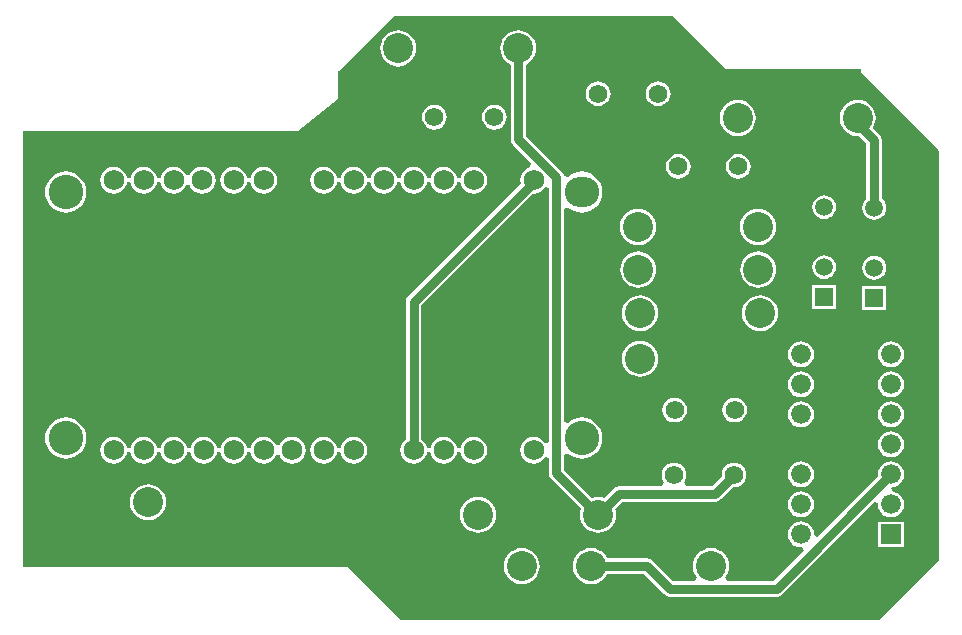
<source format=gbl>
G04*
G04 #@! TF.GenerationSoftware,Altium Limited,Altium Designer,20.1.8 (145)*
G04*
G04 Layer_Physical_Order=2*
G04 Layer_Color=16711680*
%FSLAX24Y24*%
%MOIN*%
G70*
G04*
G04 #@! TF.SameCoordinates,B3232913-15E1-4B12-B740-CA31B9D3C741*
G04*
G04*
G04 #@! TF.FilePolarity,Positive*
G04*
G01*
G75*
%ADD10C,0.0310*%
%ADD12O,0.1150X0.1000*%
%ADD13C,0.0690*%
%ADD14R,0.0690X0.0690*%
%ADD15C,0.1150*%
%ADD16C,0.1000*%
%ADD17C,0.0620*%
%ADD18C,0.0591*%
%ADD19R,0.0591X0.0591*%
%ADD20R,0.0660X0.0660*%
%ADD21C,0.0660*%
G36*
X31305Y40232D02*
X40525D01*
X42315Y38442D01*
X46795D01*
Y38342D01*
X49415Y35722D01*
Y22092D01*
X47415Y20092D01*
X31475Y20092D01*
X29725Y21842D01*
X18875D01*
Y36398D01*
X28045Y36398D01*
X29375Y37457D01*
Y38402D01*
X29415D01*
X31275Y40262D01*
X31305Y40232D01*
D02*
G37*
%LPC*%
G36*
X31390Y39743D02*
X31272Y39731D01*
X31159Y39697D01*
X31055Y39641D01*
X30964Y39566D01*
X30889Y39475D01*
X30833Y39371D01*
X30799Y39258D01*
X30787Y39140D01*
X30799Y39022D01*
X30833Y38909D01*
X30889Y38805D01*
X30964Y38714D01*
X31055Y38639D01*
X31159Y38583D01*
X31272Y38549D01*
X31390Y38537D01*
X31508Y38549D01*
X31621Y38583D01*
X31725Y38639D01*
X31816Y38714D01*
X31891Y38805D01*
X31947Y38909D01*
X31981Y39022D01*
X31993Y39140D01*
X31981Y39258D01*
X31947Y39371D01*
X31891Y39475D01*
X31816Y39566D01*
X31725Y39641D01*
X31621Y39697D01*
X31508Y39731D01*
X31390Y39743D01*
D02*
G37*
G36*
X40050Y38044D02*
X39943Y38029D01*
X39843Y37988D01*
X39758Y37922D01*
X39692Y37837D01*
X39651Y37737D01*
X39636Y37630D01*
X39651Y37523D01*
X39692Y37423D01*
X39758Y37338D01*
X39843Y37272D01*
X39943Y37231D01*
X40050Y37216D01*
X40157Y37231D01*
X40257Y37272D01*
X40342Y37338D01*
X40408Y37423D01*
X40449Y37523D01*
X40464Y37630D01*
X40449Y37737D01*
X40408Y37837D01*
X40342Y37922D01*
X40257Y37988D01*
X40157Y38029D01*
X40050Y38044D01*
D02*
G37*
G36*
X38050D02*
X37943Y38029D01*
X37843Y37988D01*
X37758Y37922D01*
X37692Y37837D01*
X37651Y37737D01*
X37636Y37630D01*
X37651Y37523D01*
X37692Y37423D01*
X37758Y37338D01*
X37843Y37272D01*
X37943Y37231D01*
X38050Y37216D01*
X38157Y37231D01*
X38257Y37272D01*
X38342Y37338D01*
X38408Y37423D01*
X38449Y37523D01*
X38464Y37630D01*
X38449Y37737D01*
X38408Y37837D01*
X38342Y37922D01*
X38257Y37988D01*
X38157Y38029D01*
X38050Y38044D01*
D02*
G37*
G36*
X34590Y37264D02*
X34483Y37249D01*
X34383Y37208D01*
X34298Y37142D01*
X34232Y37057D01*
X34191Y36957D01*
X34176Y36850D01*
X34191Y36743D01*
X34232Y36643D01*
X34298Y36558D01*
X34383Y36492D01*
X34483Y36451D01*
X34590Y36436D01*
X34697Y36451D01*
X34797Y36492D01*
X34882Y36558D01*
X34948Y36643D01*
X34989Y36743D01*
X35004Y36850D01*
X34989Y36957D01*
X34948Y37057D01*
X34882Y37142D01*
X34797Y37208D01*
X34697Y37249D01*
X34590Y37264D01*
D02*
G37*
G36*
X32590D02*
X32483Y37249D01*
X32383Y37208D01*
X32298Y37142D01*
X32232Y37057D01*
X32191Y36957D01*
X32176Y36850D01*
X32191Y36743D01*
X32232Y36643D01*
X32298Y36558D01*
X32383Y36492D01*
X32483Y36451D01*
X32590Y36436D01*
X32697Y36451D01*
X32797Y36492D01*
X32882Y36558D01*
X32948Y36643D01*
X32989Y36743D01*
X33004Y36850D01*
X32989Y36957D01*
X32948Y37057D01*
X32882Y37142D01*
X32797Y37208D01*
X32697Y37249D01*
X32590Y37264D01*
D02*
G37*
G36*
X42700Y37423D02*
X42582Y37411D01*
X42469Y37377D01*
X42365Y37321D01*
X42274Y37246D01*
X42199Y37155D01*
X42143Y37051D01*
X42109Y36938D01*
X42097Y36820D01*
X42109Y36702D01*
X42143Y36589D01*
X42199Y36485D01*
X42274Y36394D01*
X42365Y36319D01*
X42469Y36263D01*
X42582Y36229D01*
X42700Y36217D01*
X42818Y36229D01*
X42931Y36263D01*
X43035Y36319D01*
X43126Y36394D01*
X43201Y36485D01*
X43257Y36589D01*
X43291Y36702D01*
X43303Y36820D01*
X43291Y36938D01*
X43257Y37051D01*
X43201Y37155D01*
X43126Y37246D01*
X43035Y37321D01*
X42931Y37377D01*
X42818Y37411D01*
X42700Y37423D01*
D02*
G37*
G36*
X24850Y35199D02*
X24734Y35184D01*
X24626Y35139D01*
X24533Y35067D01*
X24461Y34974D01*
X24440Y34923D01*
X24310D01*
X24289Y34974D01*
X24217Y35067D01*
X24124Y35139D01*
X24016Y35184D01*
X23900Y35199D01*
X23784Y35184D01*
X23676Y35139D01*
X23583Y35067D01*
X23511Y34974D01*
X23466Y34866D01*
X23461Y34821D01*
X23339D01*
X23334Y34866D01*
X23289Y34974D01*
X23217Y35067D01*
X23124Y35139D01*
X23016Y35184D01*
X22900Y35199D01*
X22784Y35184D01*
X22676Y35139D01*
X22583Y35067D01*
X22511Y34974D01*
X22466Y34866D01*
X22461Y34821D01*
X22339D01*
X22334Y34866D01*
X22289Y34974D01*
X22217Y35067D01*
X22124Y35139D01*
X22016Y35184D01*
X21900Y35199D01*
X21784Y35184D01*
X21676Y35139D01*
X21583Y35067D01*
X21511Y34974D01*
X21466Y34866D01*
X21451Y34750D01*
X21466Y34634D01*
X21511Y34526D01*
X21583Y34433D01*
X21676Y34361D01*
X21784Y34316D01*
X21900Y34301D01*
X22016Y34316D01*
X22124Y34361D01*
X22217Y34433D01*
X22289Y34526D01*
X22334Y34634D01*
X22339Y34679D01*
X22461D01*
X22466Y34634D01*
X22511Y34526D01*
X22583Y34433D01*
X22676Y34361D01*
X22784Y34316D01*
X22900Y34301D01*
X23016Y34316D01*
X23124Y34361D01*
X23217Y34433D01*
X23289Y34526D01*
X23334Y34634D01*
X23339Y34679D01*
X23461D01*
X23466Y34634D01*
X23511Y34526D01*
X23583Y34433D01*
X23676Y34361D01*
X23784Y34316D01*
X23900Y34301D01*
X24016Y34316D01*
X24124Y34361D01*
X24217Y34433D01*
X24289Y34526D01*
X24310Y34577D01*
X24440D01*
X24461Y34526D01*
X24533Y34433D01*
X24626Y34361D01*
X24734Y34316D01*
X24850Y34301D01*
X24966Y34316D01*
X25074Y34361D01*
X25167Y34433D01*
X25239Y34526D01*
X25284Y34634D01*
X25299Y34750D01*
X25284Y34866D01*
X25239Y34974D01*
X25167Y35067D01*
X25074Y35139D01*
X24966Y35184D01*
X24850Y35199D01*
D02*
G37*
G36*
X33900D02*
X33784Y35184D01*
X33676Y35139D01*
X33583Y35067D01*
X33511Y34974D01*
X33466Y34866D01*
X33461Y34821D01*
X33339D01*
X33334Y34866D01*
X33289Y34974D01*
X33217Y35067D01*
X33124Y35139D01*
X33016Y35184D01*
X32900Y35199D01*
X32784Y35184D01*
X32676Y35139D01*
X32583Y35067D01*
X32511Y34974D01*
X32466Y34866D01*
X32461Y34821D01*
X32339D01*
X32334Y34866D01*
X32289Y34974D01*
X32217Y35067D01*
X32124Y35139D01*
X32016Y35184D01*
X31900Y35199D01*
X31784Y35184D01*
X31676Y35139D01*
X31583Y35067D01*
X31511Y34974D01*
X31466Y34866D01*
X31461Y34821D01*
X31339D01*
X31334Y34866D01*
X31289Y34974D01*
X31217Y35067D01*
X31124Y35139D01*
X31016Y35184D01*
X30900Y35199D01*
X30784Y35184D01*
X30676Y35139D01*
X30583Y35067D01*
X30511Y34974D01*
X30466Y34866D01*
X30461Y34821D01*
X30339D01*
X30334Y34866D01*
X30289Y34974D01*
X30217Y35067D01*
X30124Y35139D01*
X30016Y35184D01*
X29900Y35199D01*
X29784Y35184D01*
X29676Y35139D01*
X29583Y35067D01*
X29511Y34974D01*
X29466Y34866D01*
X29461Y34821D01*
X29339D01*
X29334Y34866D01*
X29289Y34974D01*
X29217Y35067D01*
X29124Y35139D01*
X29016Y35184D01*
X28900Y35199D01*
X28784Y35184D01*
X28676Y35139D01*
X28583Y35067D01*
X28511Y34974D01*
X28466Y34866D01*
X28451Y34750D01*
X28466Y34634D01*
X28511Y34526D01*
X28583Y34433D01*
X28676Y34361D01*
X28784Y34316D01*
X28900Y34301D01*
X29016Y34316D01*
X29124Y34361D01*
X29217Y34433D01*
X29289Y34526D01*
X29334Y34634D01*
X29339Y34679D01*
X29461D01*
X29466Y34634D01*
X29511Y34526D01*
X29583Y34433D01*
X29676Y34361D01*
X29784Y34316D01*
X29900Y34301D01*
X30016Y34316D01*
X30124Y34361D01*
X30217Y34433D01*
X30289Y34526D01*
X30334Y34634D01*
X30339Y34679D01*
X30461D01*
X30466Y34634D01*
X30511Y34526D01*
X30583Y34433D01*
X30676Y34361D01*
X30784Y34316D01*
X30900Y34301D01*
X31016Y34316D01*
X31124Y34361D01*
X31217Y34433D01*
X31289Y34526D01*
X31334Y34634D01*
X31339Y34679D01*
X31461D01*
X31466Y34634D01*
X31511Y34526D01*
X31583Y34433D01*
X31676Y34361D01*
X31784Y34316D01*
X31900Y34301D01*
X32016Y34316D01*
X32124Y34361D01*
X32217Y34433D01*
X32289Y34526D01*
X32334Y34634D01*
X32339Y34679D01*
X32461D01*
X32466Y34634D01*
X32511Y34526D01*
X32583Y34433D01*
X32676Y34361D01*
X32784Y34316D01*
X32900Y34301D01*
X33016Y34316D01*
X33124Y34361D01*
X33217Y34433D01*
X33289Y34526D01*
X33334Y34634D01*
X33339Y34679D01*
X33461D01*
X33466Y34634D01*
X33511Y34526D01*
X33583Y34433D01*
X33676Y34361D01*
X33784Y34316D01*
X33900Y34301D01*
X34016Y34316D01*
X34124Y34361D01*
X34217Y34433D01*
X34289Y34526D01*
X34334Y34634D01*
X34349Y34750D01*
X34334Y34866D01*
X34289Y34974D01*
X34217Y35067D01*
X34124Y35139D01*
X34016Y35184D01*
X33900Y35199D01*
D02*
G37*
G36*
X26900D02*
X26784Y35184D01*
X26676Y35139D01*
X26583Y35067D01*
X26511Y34974D01*
X26466Y34866D01*
X26461Y34821D01*
X26339D01*
X26334Y34866D01*
X26289Y34974D01*
X26217Y35067D01*
X26124Y35139D01*
X26016Y35184D01*
X25900Y35199D01*
X25784Y35184D01*
X25676Y35139D01*
X25583Y35067D01*
X25511Y34974D01*
X25466Y34866D01*
X25451Y34750D01*
X25466Y34634D01*
X25511Y34526D01*
X25583Y34433D01*
X25676Y34361D01*
X25784Y34316D01*
X25900Y34301D01*
X26016Y34316D01*
X26124Y34361D01*
X26217Y34433D01*
X26289Y34526D01*
X26334Y34634D01*
X26339Y34679D01*
X26461D01*
X26466Y34634D01*
X26511Y34526D01*
X26583Y34433D01*
X26676Y34361D01*
X26784Y34316D01*
X26900Y34301D01*
X27016Y34316D01*
X27124Y34361D01*
X27217Y34433D01*
X27289Y34526D01*
X27334Y34634D01*
X27349Y34750D01*
X27334Y34866D01*
X27289Y34974D01*
X27217Y35067D01*
X27124Y35139D01*
X27016Y35184D01*
X26900Y35199D01*
D02*
G37*
G36*
X42720Y35624D02*
X42613Y35609D01*
X42513Y35568D01*
X42428Y35502D01*
X42362Y35417D01*
X42321Y35317D01*
X42306Y35210D01*
X42321Y35103D01*
X42362Y35003D01*
X42428Y34918D01*
X42513Y34852D01*
X42613Y34811D01*
X42720Y34796D01*
X42827Y34811D01*
X42927Y34852D01*
X43012Y34918D01*
X43078Y35003D01*
X43119Y35103D01*
X43134Y35210D01*
X43119Y35317D01*
X43078Y35417D01*
X43012Y35502D01*
X42927Y35568D01*
X42827Y35609D01*
X42720Y35624D01*
D02*
G37*
G36*
X40720D02*
X40613Y35609D01*
X40513Y35568D01*
X40428Y35502D01*
X40362Y35417D01*
X40321Y35317D01*
X40306Y35210D01*
X40321Y35103D01*
X40362Y35003D01*
X40428Y34918D01*
X40513Y34852D01*
X40613Y34811D01*
X40720Y34796D01*
X40827Y34811D01*
X40927Y34852D01*
X41012Y34918D01*
X41078Y35003D01*
X41119Y35103D01*
X41134Y35210D01*
X41119Y35317D01*
X41078Y35417D01*
X41012Y35502D01*
X40927Y35568D01*
X40827Y35609D01*
X40720Y35624D01*
D02*
G37*
G36*
X35390Y39743D02*
X35272Y39731D01*
X35159Y39697D01*
X35055Y39641D01*
X34964Y39566D01*
X34889Y39475D01*
X34833Y39371D01*
X34799Y39258D01*
X34787Y39140D01*
X34799Y39022D01*
X34833Y38909D01*
X34889Y38805D01*
X34964Y38714D01*
X35055Y38639D01*
X35130Y38599D01*
Y36109D01*
X35150Y36009D01*
X35206Y35925D01*
X35821Y35310D01*
X35784Y35184D01*
X35676Y35139D01*
X35583Y35067D01*
X35511Y34974D01*
X35466Y34866D01*
X35451Y34750D01*
X35466Y34634D01*
X35467Y34634D01*
X31716Y30883D01*
X31660Y30799D01*
X31640Y30699D01*
Y26111D01*
X31583Y26067D01*
X31511Y25974D01*
X31466Y25866D01*
X31451Y25750D01*
X31466Y25634D01*
X31511Y25526D01*
X31583Y25433D01*
X31676Y25361D01*
X31784Y25316D01*
X31900Y25301D01*
X32016Y25316D01*
X32124Y25361D01*
X32217Y25433D01*
X32289Y25526D01*
X32334Y25634D01*
X32339Y25679D01*
X32461D01*
X32466Y25634D01*
X32511Y25526D01*
X32583Y25433D01*
X32676Y25361D01*
X32784Y25316D01*
X32900Y25301D01*
X33016Y25316D01*
X33124Y25361D01*
X33217Y25433D01*
X33289Y25526D01*
X33334Y25634D01*
X33339Y25679D01*
X33461D01*
X33466Y25634D01*
X33511Y25526D01*
X33583Y25433D01*
X33676Y25361D01*
X33784Y25316D01*
X33900Y25301D01*
X34016Y25316D01*
X34124Y25361D01*
X34217Y25433D01*
X34289Y25526D01*
X34334Y25634D01*
X34349Y25750D01*
X34334Y25866D01*
X34289Y25974D01*
X34217Y26067D01*
X34124Y26139D01*
X34016Y26184D01*
X33900Y26199D01*
X33784Y26184D01*
X33676Y26139D01*
X33583Y26067D01*
X33511Y25974D01*
X33466Y25866D01*
X33461Y25821D01*
X33339D01*
X33334Y25866D01*
X33289Y25974D01*
X33217Y26067D01*
X33124Y26139D01*
X33016Y26184D01*
X32900Y26199D01*
X32784Y26184D01*
X32676Y26139D01*
X32583Y26067D01*
X32511Y25974D01*
X32466Y25866D01*
X32461Y25821D01*
X32339D01*
X32334Y25866D01*
X32289Y25974D01*
X32217Y26067D01*
X32160Y26111D01*
Y30592D01*
X35873Y34305D01*
X35900Y34301D01*
X36016Y34316D01*
X36124Y34361D01*
X36217Y34433D01*
X36280Y34514D01*
X36318Y34514D01*
X36400Y34481D01*
Y26019D01*
X36318Y25986D01*
X36280Y25986D01*
X36217Y26067D01*
X36124Y26139D01*
X36016Y26184D01*
X35900Y26199D01*
X35784Y26184D01*
X35676Y26139D01*
X35583Y26067D01*
X35511Y25974D01*
X35466Y25866D01*
X35451Y25750D01*
X35466Y25634D01*
X35511Y25526D01*
X35583Y25433D01*
X35676Y25361D01*
X35784Y25316D01*
X35900Y25301D01*
X36016Y25316D01*
X36124Y25361D01*
X36217Y25433D01*
X36280Y25514D01*
X36318Y25514D01*
X36400Y25481D01*
Y24990D01*
X36420Y24890D01*
X36476Y24806D01*
X37483Y23799D01*
X37459Y23718D01*
X37447Y23600D01*
X37459Y23482D01*
X37493Y23369D01*
X37549Y23265D01*
X37624Y23174D01*
X37715Y23099D01*
X37819Y23043D01*
X37932Y23009D01*
X38050Y22997D01*
X38168Y23009D01*
X38281Y23043D01*
X38385Y23099D01*
X38476Y23174D01*
X38551Y23265D01*
X38607Y23369D01*
X38641Y23482D01*
X38653Y23600D01*
X38641Y23718D01*
X38617Y23799D01*
X38854Y24036D01*
X41956D01*
X42056Y24056D01*
X42140Y24113D01*
X42539Y24512D01*
X42580Y24506D01*
X42687Y24521D01*
X42787Y24562D01*
X42872Y24628D01*
X42938Y24713D01*
X42979Y24813D01*
X42994Y24920D01*
X42979Y25027D01*
X42938Y25127D01*
X42872Y25212D01*
X42787Y25278D01*
X42687Y25319D01*
X42580Y25334D01*
X42473Y25319D01*
X42373Y25278D01*
X42288Y25212D01*
X42222Y25127D01*
X42181Y25027D01*
X42166Y24920D01*
X42172Y24879D01*
X41849Y24556D01*
X40969D01*
X40910Y24676D01*
X40938Y24713D01*
X40979Y24813D01*
X40994Y24920D01*
X40979Y25027D01*
X40938Y25127D01*
X40872Y25212D01*
X40787Y25278D01*
X40687Y25319D01*
X40580Y25334D01*
X40473Y25319D01*
X40373Y25278D01*
X40288Y25212D01*
X40222Y25127D01*
X40181Y25027D01*
X40166Y24920D01*
X40181Y24813D01*
X40222Y24713D01*
X40250Y24676D01*
X40191Y24556D01*
X38746D01*
X38647Y24537D01*
X38563Y24480D01*
X38249Y24167D01*
X38168Y24191D01*
X38050Y24203D01*
X37932Y24191D01*
X37851Y24167D01*
X36920Y25098D01*
Y25588D01*
X36951Y25612D01*
X37040Y25641D01*
X37118Y25578D01*
X37237Y25514D01*
X37366Y25475D01*
X37500Y25462D01*
X37634Y25475D01*
X37763Y25514D01*
X37882Y25578D01*
X37987Y25663D01*
X38072Y25768D01*
X38136Y25887D01*
X38175Y26016D01*
X38188Y26150D01*
X38175Y26284D01*
X38136Y26413D01*
X38072Y26532D01*
X37987Y26637D01*
X37882Y26722D01*
X37763Y26786D01*
X37634Y26825D01*
X37500Y26838D01*
X37366Y26825D01*
X37237Y26786D01*
X37118Y26722D01*
X37040Y26659D01*
X36951Y26688D01*
X36920Y26712D01*
Y33788D01*
X36951Y33812D01*
X37040Y33841D01*
X37118Y33778D01*
X37237Y33714D01*
X37366Y33675D01*
X37500Y33662D01*
X37634Y33675D01*
X37763Y33714D01*
X37882Y33778D01*
X37987Y33863D01*
X38072Y33968D01*
X38136Y34087D01*
X38175Y34216D01*
X38188Y34350D01*
X38175Y34484D01*
X38136Y34613D01*
X38072Y34732D01*
X37987Y34837D01*
X37882Y34922D01*
X37763Y34986D01*
X37634Y35025D01*
X37500Y35038D01*
X37366Y35025D01*
X37237Y34986D01*
X37118Y34922D01*
X37036Y34856D01*
X36950Y34873D01*
X36908Y34898D01*
X36900Y34938D01*
X36844Y35022D01*
X35650Y36216D01*
Y38599D01*
X35725Y38639D01*
X35816Y38714D01*
X35891Y38805D01*
X35947Y38909D01*
X35981Y39022D01*
X35993Y39140D01*
X35981Y39258D01*
X35947Y39371D01*
X35891Y39475D01*
X35816Y39566D01*
X35725Y39641D01*
X35621Y39697D01*
X35508Y39731D01*
X35390Y39743D01*
D02*
G37*
G36*
X20300Y35038D02*
X20166Y35025D01*
X20037Y34986D01*
X19918Y34922D01*
X19813Y34837D01*
X19728Y34732D01*
X19664Y34613D01*
X19625Y34484D01*
X19612Y34350D01*
X19625Y34216D01*
X19664Y34087D01*
X19728Y33968D01*
X19813Y33863D01*
X19918Y33778D01*
X20037Y33714D01*
X20166Y33675D01*
X20300Y33662D01*
X20434Y33675D01*
X20563Y33714D01*
X20682Y33778D01*
X20787Y33863D01*
X20872Y33968D01*
X20936Y34087D01*
X20975Y34216D01*
X20988Y34350D01*
X20975Y34484D01*
X20936Y34613D01*
X20872Y34732D01*
X20787Y34837D01*
X20682Y34922D01*
X20563Y34986D01*
X20434Y35025D01*
X20300Y35038D01*
D02*
G37*
G36*
X45580Y34249D02*
X45477Y34235D01*
X45381Y34195D01*
X45298Y34132D01*
X45235Y34049D01*
X45195Y33953D01*
X45181Y33850D01*
X45195Y33747D01*
X45235Y33651D01*
X45298Y33568D01*
X45381Y33505D01*
X45477Y33465D01*
X45580Y33451D01*
X45683Y33465D01*
X45779Y33505D01*
X45862Y33568D01*
X45925Y33651D01*
X45965Y33747D01*
X45979Y33850D01*
X45965Y33953D01*
X45925Y34049D01*
X45862Y34132D01*
X45779Y34195D01*
X45683Y34235D01*
X45580Y34249D01*
D02*
G37*
G36*
X46700Y37423D02*
X46582Y37411D01*
X46469Y37377D01*
X46365Y37321D01*
X46274Y37246D01*
X46199Y37155D01*
X46143Y37051D01*
X46109Y36938D01*
X46097Y36820D01*
X46109Y36702D01*
X46143Y36589D01*
X46199Y36485D01*
X46274Y36394D01*
X46365Y36319D01*
X46469Y36263D01*
X46582Y36229D01*
X46700Y36217D01*
X46744Y36221D01*
X46990Y35976D01*
Y34129D01*
X46968Y34112D01*
X46905Y34029D01*
X46865Y33933D01*
X46851Y33830D01*
X46865Y33727D01*
X46905Y33631D01*
X46968Y33548D01*
X47051Y33485D01*
X47147Y33445D01*
X47250Y33431D01*
X47353Y33445D01*
X47449Y33485D01*
X47532Y33548D01*
X47595Y33631D01*
X47635Y33727D01*
X47649Y33830D01*
X47635Y33933D01*
X47595Y34029D01*
X47532Y34112D01*
X47510Y34129D01*
Y36083D01*
X47490Y36183D01*
X47434Y36267D01*
X47206Y36495D01*
X47257Y36589D01*
X47291Y36702D01*
X47303Y36820D01*
X47291Y36938D01*
X47257Y37051D01*
X47201Y37155D01*
X47126Y37246D01*
X47035Y37321D01*
X46931Y37377D01*
X46818Y37411D01*
X46700Y37423D01*
D02*
G37*
G36*
X43380Y33793D02*
X43262Y33781D01*
X43149Y33747D01*
X43045Y33691D01*
X42954Y33616D01*
X42879Y33525D01*
X42823Y33421D01*
X42789Y33308D01*
X42777Y33190D01*
X42789Y33072D01*
X42823Y32959D01*
X42879Y32855D01*
X42954Y32764D01*
X43045Y32689D01*
X43149Y32633D01*
X43262Y32599D01*
X43380Y32587D01*
X43498Y32599D01*
X43611Y32633D01*
X43715Y32689D01*
X43806Y32764D01*
X43881Y32855D01*
X43937Y32959D01*
X43971Y33072D01*
X43983Y33190D01*
X43971Y33308D01*
X43937Y33421D01*
X43881Y33525D01*
X43806Y33616D01*
X43715Y33691D01*
X43611Y33747D01*
X43498Y33781D01*
X43380Y33793D01*
D02*
G37*
G36*
X39380D02*
X39262Y33781D01*
X39149Y33747D01*
X39045Y33691D01*
X38954Y33616D01*
X38879Y33525D01*
X38823Y33421D01*
X38789Y33308D01*
X38777Y33190D01*
X38789Y33072D01*
X38823Y32959D01*
X38879Y32855D01*
X38954Y32764D01*
X39045Y32689D01*
X39149Y32633D01*
X39262Y32599D01*
X39380Y32587D01*
X39498Y32599D01*
X39611Y32633D01*
X39715Y32689D01*
X39806Y32764D01*
X39881Y32855D01*
X39937Y32959D01*
X39971Y33072D01*
X39983Y33190D01*
X39971Y33308D01*
X39937Y33421D01*
X39881Y33525D01*
X39806Y33616D01*
X39715Y33691D01*
X39611Y33747D01*
X39498Y33781D01*
X39380Y33793D01*
D02*
G37*
G36*
X45580Y32249D02*
X45477Y32235D01*
X45381Y32195D01*
X45298Y32132D01*
X45235Y32049D01*
X45195Y31953D01*
X45181Y31850D01*
X45195Y31747D01*
X45235Y31651D01*
X45298Y31568D01*
X45381Y31505D01*
X45477Y31465D01*
X45580Y31451D01*
X45683Y31465D01*
X45779Y31505D01*
X45862Y31568D01*
X45925Y31651D01*
X45965Y31747D01*
X45979Y31850D01*
X45965Y31953D01*
X45925Y32049D01*
X45862Y32132D01*
X45779Y32195D01*
X45683Y32235D01*
X45580Y32249D01*
D02*
G37*
G36*
X47250Y32229D02*
X47147Y32215D01*
X47051Y32175D01*
X46968Y32112D01*
X46905Y32029D01*
X46865Y31933D01*
X46851Y31830D01*
X46865Y31727D01*
X46905Y31631D01*
X46968Y31548D01*
X47051Y31485D01*
X47147Y31445D01*
X47250Y31431D01*
X47353Y31445D01*
X47449Y31485D01*
X47532Y31548D01*
X47595Y31631D01*
X47635Y31727D01*
X47649Y31830D01*
X47635Y31933D01*
X47595Y32029D01*
X47532Y32112D01*
X47449Y32175D01*
X47353Y32215D01*
X47250Y32229D01*
D02*
G37*
G36*
X43390Y32373D02*
X43272Y32361D01*
X43159Y32327D01*
X43055Y32271D01*
X42964Y32196D01*
X42889Y32105D01*
X42833Y32001D01*
X42799Y31888D01*
X42787Y31770D01*
X42799Y31652D01*
X42833Y31539D01*
X42889Y31435D01*
X42964Y31344D01*
X43055Y31269D01*
X43159Y31213D01*
X43272Y31179D01*
X43390Y31167D01*
X43508Y31179D01*
X43621Y31213D01*
X43725Y31269D01*
X43816Y31344D01*
X43891Y31435D01*
X43947Y31539D01*
X43981Y31652D01*
X43993Y31770D01*
X43981Y31888D01*
X43947Y32001D01*
X43891Y32105D01*
X43816Y32196D01*
X43725Y32271D01*
X43621Y32327D01*
X43508Y32361D01*
X43390Y32373D01*
D02*
G37*
G36*
X39390D02*
X39272Y32361D01*
X39159Y32327D01*
X39055Y32271D01*
X38964Y32196D01*
X38889Y32105D01*
X38833Y32001D01*
X38799Y31888D01*
X38787Y31770D01*
X38799Y31652D01*
X38833Y31539D01*
X38889Y31435D01*
X38964Y31344D01*
X39055Y31269D01*
X39159Y31213D01*
X39272Y31179D01*
X39390Y31167D01*
X39508Y31179D01*
X39621Y31213D01*
X39725Y31269D01*
X39816Y31344D01*
X39891Y31435D01*
X39947Y31539D01*
X39981Y31652D01*
X39993Y31770D01*
X39981Y31888D01*
X39947Y32001D01*
X39891Y32105D01*
X39816Y32196D01*
X39725Y32271D01*
X39621Y32327D01*
X39508Y32361D01*
X39390Y32373D01*
D02*
G37*
G36*
X45975Y31245D02*
X45185D01*
Y30455D01*
X45975D01*
Y31245D01*
D02*
G37*
G36*
X47645Y31225D02*
X46855D01*
Y30435D01*
X47645D01*
Y31225D01*
D02*
G37*
G36*
X43450Y30913D02*
X43332Y30901D01*
X43219Y30867D01*
X43115Y30811D01*
X43024Y30736D01*
X42949Y30645D01*
X42893Y30541D01*
X42859Y30428D01*
X42847Y30310D01*
X42859Y30192D01*
X42893Y30079D01*
X42949Y29975D01*
X43024Y29884D01*
X43115Y29809D01*
X43219Y29753D01*
X43332Y29719D01*
X43450Y29707D01*
X43568Y29719D01*
X43681Y29753D01*
X43785Y29809D01*
X43876Y29884D01*
X43951Y29975D01*
X44007Y30079D01*
X44041Y30192D01*
X44053Y30310D01*
X44041Y30428D01*
X44007Y30541D01*
X43951Y30645D01*
X43876Y30736D01*
X43785Y30811D01*
X43681Y30867D01*
X43568Y30901D01*
X43450Y30913D01*
D02*
G37*
G36*
X39450D02*
X39332Y30901D01*
X39219Y30867D01*
X39115Y30811D01*
X39024Y30736D01*
X38949Y30645D01*
X38893Y30541D01*
X38859Y30428D01*
X38847Y30310D01*
X38859Y30192D01*
X38893Y30079D01*
X38949Y29975D01*
X39024Y29884D01*
X39115Y29809D01*
X39219Y29753D01*
X39332Y29719D01*
X39450Y29707D01*
X39568Y29719D01*
X39681Y29753D01*
X39785Y29809D01*
X39876Y29884D01*
X39951Y29975D01*
X40007Y30079D01*
X40041Y30192D01*
X40053Y30310D01*
X40041Y30428D01*
X40007Y30541D01*
X39951Y30645D01*
X39876Y30736D01*
X39785Y30811D01*
X39681Y30867D01*
X39568Y30901D01*
X39450Y30913D01*
D02*
G37*
G36*
X47810Y29374D02*
X47698Y29359D01*
X47593Y29316D01*
X47503Y29247D01*
X47434Y29157D01*
X47391Y29052D01*
X47376Y28940D01*
X47391Y28828D01*
X47434Y28723D01*
X47503Y28633D01*
X47593Y28564D01*
X47698Y28521D01*
X47810Y28506D01*
X47922Y28521D01*
X48027Y28564D01*
X48117Y28633D01*
X48186Y28723D01*
X48229Y28828D01*
X48244Y28940D01*
X48229Y29052D01*
X48186Y29157D01*
X48117Y29247D01*
X48027Y29316D01*
X47922Y29359D01*
X47810Y29374D01*
D02*
G37*
G36*
X44810D02*
X44698Y29359D01*
X44593Y29316D01*
X44503Y29247D01*
X44434Y29157D01*
X44391Y29052D01*
X44376Y28940D01*
X44391Y28828D01*
X44434Y28723D01*
X44503Y28633D01*
X44593Y28564D01*
X44698Y28521D01*
X44810Y28506D01*
X44922Y28521D01*
X45027Y28564D01*
X45117Y28633D01*
X45186Y28723D01*
X45229Y28828D01*
X45244Y28940D01*
X45229Y29052D01*
X45186Y29157D01*
X45117Y29247D01*
X45027Y29316D01*
X44922Y29359D01*
X44810Y29374D01*
D02*
G37*
G36*
X39450Y29403D02*
X39332Y29391D01*
X39219Y29357D01*
X39115Y29301D01*
X39024Y29226D01*
X38949Y29135D01*
X38893Y29031D01*
X38859Y28918D01*
X38847Y28800D01*
X38859Y28682D01*
X38893Y28569D01*
X38949Y28465D01*
X39024Y28374D01*
X39115Y28299D01*
X39219Y28243D01*
X39332Y28209D01*
X39450Y28197D01*
X39568Y28209D01*
X39681Y28243D01*
X39785Y28299D01*
X39876Y28374D01*
X39951Y28465D01*
X40007Y28569D01*
X40041Y28682D01*
X40053Y28800D01*
X40041Y28918D01*
X40007Y29031D01*
X39951Y29135D01*
X39876Y29226D01*
X39785Y29301D01*
X39681Y29357D01*
X39568Y29391D01*
X39450Y29403D01*
D02*
G37*
G36*
X47810Y28374D02*
X47698Y28359D01*
X47593Y28316D01*
X47503Y28247D01*
X47434Y28157D01*
X47391Y28052D01*
X47376Y27940D01*
X47391Y27828D01*
X47434Y27723D01*
X47503Y27633D01*
X47593Y27564D01*
X47698Y27521D01*
X47810Y27506D01*
X47922Y27521D01*
X48027Y27564D01*
X48117Y27633D01*
X48186Y27723D01*
X48229Y27828D01*
X48244Y27940D01*
X48229Y28052D01*
X48186Y28157D01*
X48117Y28247D01*
X48027Y28316D01*
X47922Y28359D01*
X47810Y28374D01*
D02*
G37*
G36*
X44810D02*
X44698Y28359D01*
X44593Y28316D01*
X44503Y28247D01*
X44434Y28157D01*
X44391Y28052D01*
X44376Y27940D01*
X44391Y27828D01*
X44434Y27723D01*
X44503Y27633D01*
X44593Y27564D01*
X44698Y27521D01*
X44810Y27506D01*
X44922Y27521D01*
X45027Y27564D01*
X45117Y27633D01*
X45186Y27723D01*
X45229Y27828D01*
X45244Y27940D01*
X45229Y28052D01*
X45186Y28157D01*
X45117Y28247D01*
X45027Y28316D01*
X44922Y28359D01*
X44810Y28374D01*
D02*
G37*
G36*
X42600Y27504D02*
X42493Y27489D01*
X42393Y27448D01*
X42308Y27382D01*
X42242Y27297D01*
X42201Y27197D01*
X42186Y27090D01*
X42201Y26983D01*
X42242Y26883D01*
X42308Y26798D01*
X42393Y26732D01*
X42493Y26691D01*
X42600Y26676D01*
X42707Y26691D01*
X42807Y26732D01*
X42892Y26798D01*
X42958Y26883D01*
X42999Y26983D01*
X43014Y27090D01*
X42999Y27197D01*
X42958Y27297D01*
X42892Y27382D01*
X42807Y27448D01*
X42707Y27489D01*
X42600Y27504D01*
D02*
G37*
G36*
X40600D02*
X40493Y27489D01*
X40393Y27448D01*
X40308Y27382D01*
X40242Y27297D01*
X40201Y27197D01*
X40186Y27090D01*
X40201Y26983D01*
X40242Y26883D01*
X40308Y26798D01*
X40393Y26732D01*
X40493Y26691D01*
X40600Y26676D01*
X40707Y26691D01*
X40807Y26732D01*
X40892Y26798D01*
X40958Y26883D01*
X40999Y26983D01*
X41014Y27090D01*
X40999Y27197D01*
X40958Y27297D01*
X40892Y27382D01*
X40807Y27448D01*
X40707Y27489D01*
X40600Y27504D01*
D02*
G37*
G36*
X47810Y27374D02*
X47698Y27359D01*
X47593Y27316D01*
X47503Y27247D01*
X47434Y27157D01*
X47391Y27052D01*
X47376Y26940D01*
X47391Y26828D01*
X47434Y26723D01*
X47503Y26633D01*
X47593Y26564D01*
X47698Y26521D01*
X47810Y26506D01*
X47922Y26521D01*
X48027Y26564D01*
X48117Y26633D01*
X48186Y26723D01*
X48229Y26828D01*
X48244Y26940D01*
X48229Y27052D01*
X48186Y27157D01*
X48117Y27247D01*
X48027Y27316D01*
X47922Y27359D01*
X47810Y27374D01*
D02*
G37*
G36*
X44810D02*
X44698Y27359D01*
X44593Y27316D01*
X44503Y27247D01*
X44434Y27157D01*
X44391Y27052D01*
X44376Y26940D01*
X44391Y26828D01*
X44434Y26723D01*
X44503Y26633D01*
X44593Y26564D01*
X44698Y26521D01*
X44810Y26506D01*
X44922Y26521D01*
X45027Y26564D01*
X45117Y26633D01*
X45186Y26723D01*
X45229Y26828D01*
X45244Y26940D01*
X45229Y27052D01*
X45186Y27157D01*
X45117Y27247D01*
X45027Y27316D01*
X44922Y27359D01*
X44810Y27374D01*
D02*
G37*
G36*
X27850Y26199D02*
X27734Y26184D01*
X27626Y26139D01*
X27533Y26067D01*
X27461Y25974D01*
X27440Y25923D01*
X27310D01*
X27289Y25974D01*
X27217Y26067D01*
X27124Y26139D01*
X27016Y26184D01*
X26900Y26199D01*
X26784Y26184D01*
X26676Y26139D01*
X26583Y26067D01*
X26511Y25974D01*
X26466Y25866D01*
X26461Y25821D01*
X26339D01*
X26334Y25866D01*
X26289Y25974D01*
X26217Y26067D01*
X26124Y26139D01*
X26016Y26184D01*
X25900Y26199D01*
X25784Y26184D01*
X25676Y26139D01*
X25583Y26067D01*
X25511Y25974D01*
X25466Y25866D01*
X25461Y25821D01*
X25339D01*
X25334Y25866D01*
X25289Y25974D01*
X25217Y26067D01*
X25124Y26139D01*
X25016Y26184D01*
X24900Y26199D01*
X24784Y26184D01*
X24676Y26139D01*
X24583Y26067D01*
X24511Y25974D01*
X24466Y25866D01*
X24461Y25821D01*
X24339D01*
X24334Y25866D01*
X24289Y25974D01*
X24217Y26067D01*
X24124Y26139D01*
X24016Y26184D01*
X23900Y26199D01*
X23784Y26184D01*
X23676Y26139D01*
X23583Y26067D01*
X23511Y25974D01*
X23466Y25866D01*
X23461Y25821D01*
X23339D01*
X23334Y25866D01*
X23289Y25974D01*
X23217Y26067D01*
X23124Y26139D01*
X23016Y26184D01*
X22900Y26199D01*
X22784Y26184D01*
X22676Y26139D01*
X22583Y26067D01*
X22511Y25974D01*
X22466Y25866D01*
X22461Y25821D01*
X22339D01*
X22334Y25866D01*
X22289Y25974D01*
X22217Y26067D01*
X22124Y26139D01*
X22016Y26184D01*
X21900Y26199D01*
X21784Y26184D01*
X21676Y26139D01*
X21583Y26067D01*
X21511Y25974D01*
X21466Y25866D01*
X21451Y25750D01*
X21466Y25634D01*
X21511Y25526D01*
X21583Y25433D01*
X21676Y25361D01*
X21784Y25316D01*
X21900Y25301D01*
X22016Y25316D01*
X22124Y25361D01*
X22217Y25433D01*
X22289Y25526D01*
X22334Y25634D01*
X22339Y25679D01*
X22461D01*
X22466Y25634D01*
X22511Y25526D01*
X22583Y25433D01*
X22676Y25361D01*
X22784Y25316D01*
X22900Y25301D01*
X23016Y25316D01*
X23124Y25361D01*
X23217Y25433D01*
X23289Y25526D01*
X23334Y25634D01*
X23339Y25679D01*
X23461D01*
X23466Y25634D01*
X23511Y25526D01*
X23583Y25433D01*
X23676Y25361D01*
X23784Y25316D01*
X23900Y25301D01*
X24016Y25316D01*
X24124Y25361D01*
X24217Y25433D01*
X24289Y25526D01*
X24334Y25634D01*
X24339Y25679D01*
X24461D01*
X24466Y25634D01*
X24511Y25526D01*
X24583Y25433D01*
X24676Y25361D01*
X24784Y25316D01*
X24900Y25301D01*
X25016Y25316D01*
X25124Y25361D01*
X25217Y25433D01*
X25289Y25526D01*
X25334Y25634D01*
X25339Y25679D01*
X25461D01*
X25466Y25634D01*
X25511Y25526D01*
X25583Y25433D01*
X25676Y25361D01*
X25784Y25316D01*
X25900Y25301D01*
X26016Y25316D01*
X26124Y25361D01*
X26217Y25433D01*
X26289Y25526D01*
X26334Y25634D01*
X26339Y25679D01*
X26461D01*
X26466Y25634D01*
X26511Y25526D01*
X26583Y25433D01*
X26676Y25361D01*
X26784Y25316D01*
X26900Y25301D01*
X27016Y25316D01*
X27124Y25361D01*
X27217Y25433D01*
X27289Y25526D01*
X27310Y25577D01*
X27440D01*
X27461Y25526D01*
X27533Y25433D01*
X27626Y25361D01*
X27734Y25316D01*
X27850Y25301D01*
X27966Y25316D01*
X28074Y25361D01*
X28167Y25433D01*
X28239Y25526D01*
X28284Y25634D01*
X28299Y25750D01*
X28284Y25866D01*
X28239Y25974D01*
X28167Y26067D01*
X28074Y26139D01*
X27966Y26184D01*
X27850Y26199D01*
D02*
G37*
G36*
X29900D02*
X29784Y26184D01*
X29676Y26139D01*
X29583Y26067D01*
X29511Y25974D01*
X29466Y25866D01*
X29461Y25821D01*
X29339D01*
X29334Y25866D01*
X29289Y25974D01*
X29217Y26067D01*
X29124Y26139D01*
X29016Y26184D01*
X28900Y26199D01*
X28784Y26184D01*
X28676Y26139D01*
X28583Y26067D01*
X28511Y25974D01*
X28466Y25866D01*
X28451Y25750D01*
X28466Y25634D01*
X28511Y25526D01*
X28583Y25433D01*
X28676Y25361D01*
X28784Y25316D01*
X28900Y25301D01*
X29016Y25316D01*
X29124Y25361D01*
X29217Y25433D01*
X29289Y25526D01*
X29334Y25634D01*
X29339Y25679D01*
X29461D01*
X29466Y25634D01*
X29511Y25526D01*
X29583Y25433D01*
X29676Y25361D01*
X29784Y25316D01*
X29900Y25301D01*
X30016Y25316D01*
X30124Y25361D01*
X30217Y25433D01*
X30289Y25526D01*
X30334Y25634D01*
X30349Y25750D01*
X30334Y25866D01*
X30289Y25974D01*
X30217Y26067D01*
X30124Y26139D01*
X30016Y26184D01*
X29900Y26199D01*
D02*
G37*
G36*
X47810Y26374D02*
X47698Y26359D01*
X47593Y26316D01*
X47503Y26247D01*
X47434Y26157D01*
X47391Y26052D01*
X47376Y25940D01*
X47391Y25828D01*
X47434Y25723D01*
X47503Y25633D01*
X47593Y25564D01*
X47698Y25521D01*
X47810Y25506D01*
X47922Y25521D01*
X48027Y25564D01*
X48117Y25633D01*
X48186Y25723D01*
X48229Y25828D01*
X48244Y25940D01*
X48229Y26052D01*
X48186Y26157D01*
X48117Y26247D01*
X48027Y26316D01*
X47922Y26359D01*
X47810Y26374D01*
D02*
G37*
G36*
X20300Y26838D02*
X20166Y26825D01*
X20037Y26786D01*
X19918Y26722D01*
X19813Y26637D01*
X19728Y26532D01*
X19664Y26413D01*
X19625Y26284D01*
X19612Y26150D01*
X19625Y26016D01*
X19664Y25887D01*
X19728Y25768D01*
X19813Y25663D01*
X19918Y25578D01*
X20037Y25514D01*
X20166Y25475D01*
X20300Y25462D01*
X20434Y25475D01*
X20563Y25514D01*
X20682Y25578D01*
X20787Y25663D01*
X20872Y25768D01*
X20936Y25887D01*
X20975Y26016D01*
X20988Y26150D01*
X20975Y26284D01*
X20936Y26413D01*
X20872Y26532D01*
X20787Y26637D01*
X20682Y26722D01*
X20563Y26786D01*
X20434Y26825D01*
X20300Y26838D01*
D02*
G37*
G36*
X44810Y25374D02*
X44698Y25359D01*
X44593Y25316D01*
X44503Y25247D01*
X44434Y25157D01*
X44391Y25052D01*
X44376Y24940D01*
X44391Y24828D01*
X44434Y24723D01*
X44503Y24633D01*
X44593Y24564D01*
X44698Y24521D01*
X44810Y24506D01*
X44922Y24521D01*
X45027Y24564D01*
X45117Y24633D01*
X45186Y24723D01*
X45229Y24828D01*
X45244Y24940D01*
X45229Y25052D01*
X45186Y25157D01*
X45117Y25247D01*
X45027Y25316D01*
X44922Y25359D01*
X44810Y25374D01*
D02*
G37*
G36*
X47810D02*
X47698Y25359D01*
X47593Y25316D01*
X47503Y25247D01*
X47434Y25157D01*
X47391Y25052D01*
X47376Y24940D01*
X47384Y24882D01*
X45353Y22851D01*
X45239Y22907D01*
X45244Y22940D01*
X45229Y23052D01*
X45186Y23157D01*
X45117Y23247D01*
X45027Y23316D01*
X44922Y23359D01*
X44810Y23374D01*
X44698Y23359D01*
X44593Y23316D01*
X44503Y23247D01*
X44434Y23157D01*
X44391Y23052D01*
X44376Y22940D01*
X44391Y22828D01*
X44434Y22723D01*
X44503Y22633D01*
X44593Y22564D01*
X44698Y22521D01*
X44810Y22506D01*
X44843Y22511D01*
X44899Y22397D01*
X43887Y21385D01*
X42335D01*
X42278Y21505D01*
X42311Y21545D01*
X42367Y21649D01*
X42401Y21762D01*
X42413Y21880D01*
X42401Y21998D01*
X42367Y22111D01*
X42311Y22215D01*
X42236Y22306D01*
X42145Y22381D01*
X42041Y22437D01*
X41928Y22471D01*
X41810Y22483D01*
X41692Y22471D01*
X41579Y22437D01*
X41475Y22381D01*
X41384Y22306D01*
X41309Y22215D01*
X41253Y22111D01*
X41219Y21998D01*
X41207Y21880D01*
X41219Y21762D01*
X41253Y21649D01*
X41309Y21545D01*
X41342Y21505D01*
X41285Y21385D01*
X40545D01*
X39866Y22064D01*
X39782Y22120D01*
X39682Y22140D01*
X38351D01*
X38311Y22215D01*
X38236Y22306D01*
X38145Y22381D01*
X38041Y22437D01*
X37928Y22471D01*
X37810Y22483D01*
X37692Y22471D01*
X37579Y22437D01*
X37475Y22381D01*
X37384Y22306D01*
X37309Y22215D01*
X37253Y22111D01*
X37219Y21998D01*
X37207Y21880D01*
X37219Y21762D01*
X37253Y21649D01*
X37309Y21545D01*
X37384Y21454D01*
X37475Y21379D01*
X37579Y21323D01*
X37692Y21289D01*
X37810Y21277D01*
X37928Y21289D01*
X38041Y21323D01*
X38145Y21379D01*
X38236Y21454D01*
X38311Y21545D01*
X38351Y21620D01*
X39575D01*
X40253Y20941D01*
X40338Y20885D01*
X40437Y20865D01*
X43995D01*
X44095Y20885D01*
X44179Y20941D01*
X47267Y24029D01*
X47381Y23973D01*
X47376Y23940D01*
X47391Y23828D01*
X47434Y23723D01*
X47503Y23633D01*
X47593Y23564D01*
X47698Y23521D01*
X47810Y23506D01*
X47922Y23521D01*
X48027Y23564D01*
X48117Y23633D01*
X48186Y23723D01*
X48229Y23828D01*
X48244Y23940D01*
X48229Y24052D01*
X48186Y24157D01*
X48117Y24247D01*
X48027Y24316D01*
X47922Y24359D01*
X47884Y24364D01*
X47878Y24368D01*
X47827Y24492D01*
X47841Y24510D01*
X47922Y24521D01*
X48027Y24564D01*
X48117Y24633D01*
X48186Y24723D01*
X48229Y24828D01*
X48244Y24940D01*
X48229Y25052D01*
X48186Y25157D01*
X48117Y25247D01*
X48027Y25316D01*
X47922Y25359D01*
X47810Y25374D01*
D02*
G37*
G36*
X44810Y24374D02*
X44698Y24359D01*
X44593Y24316D01*
X44503Y24247D01*
X44434Y24157D01*
X44391Y24052D01*
X44376Y23940D01*
X44391Y23828D01*
X44434Y23723D01*
X44503Y23633D01*
X44593Y23564D01*
X44698Y23521D01*
X44810Y23506D01*
X44922Y23521D01*
X45027Y23564D01*
X45117Y23633D01*
X45186Y23723D01*
X45229Y23828D01*
X45244Y23940D01*
X45229Y24052D01*
X45186Y24157D01*
X45117Y24247D01*
X45027Y24316D01*
X44922Y24359D01*
X44810Y24374D01*
D02*
G37*
G36*
X23050Y24613D02*
X22932Y24601D01*
X22819Y24567D01*
X22715Y24511D01*
X22624Y24436D01*
X22549Y24345D01*
X22493Y24241D01*
X22459Y24128D01*
X22447Y24010D01*
X22459Y23892D01*
X22493Y23779D01*
X22549Y23675D01*
X22624Y23584D01*
X22715Y23509D01*
X22819Y23453D01*
X22932Y23419D01*
X23050Y23407D01*
X23168Y23419D01*
X23281Y23453D01*
X23385Y23509D01*
X23476Y23584D01*
X23551Y23675D01*
X23607Y23779D01*
X23641Y23892D01*
X23653Y24010D01*
X23641Y24128D01*
X23607Y24241D01*
X23551Y24345D01*
X23476Y24436D01*
X23385Y24511D01*
X23281Y24567D01*
X23168Y24601D01*
X23050Y24613D01*
D02*
G37*
G36*
X34050Y24203D02*
X33932Y24191D01*
X33819Y24157D01*
X33715Y24101D01*
X33624Y24026D01*
X33549Y23935D01*
X33493Y23831D01*
X33459Y23718D01*
X33447Y23600D01*
X33459Y23482D01*
X33493Y23369D01*
X33549Y23265D01*
X33624Y23174D01*
X33715Y23099D01*
X33819Y23043D01*
X33932Y23009D01*
X34050Y22997D01*
X34168Y23009D01*
X34281Y23043D01*
X34385Y23099D01*
X34476Y23174D01*
X34551Y23265D01*
X34607Y23369D01*
X34641Y23482D01*
X34653Y23600D01*
X34641Y23718D01*
X34607Y23831D01*
X34551Y23935D01*
X34476Y24026D01*
X34385Y24101D01*
X34281Y24157D01*
X34168Y24191D01*
X34050Y24203D01*
D02*
G37*
G36*
X48240Y23370D02*
X47380D01*
Y22510D01*
X48240D01*
Y23370D01*
D02*
G37*
G36*
X35500Y22483D02*
X35382Y22471D01*
X35269Y22437D01*
X35165Y22381D01*
X35074Y22306D01*
X34999Y22215D01*
X34943Y22111D01*
X34909Y21998D01*
X34897Y21880D01*
X34909Y21762D01*
X34943Y21649D01*
X34999Y21545D01*
X35074Y21454D01*
X35165Y21379D01*
X35269Y21323D01*
X35382Y21289D01*
X35500Y21277D01*
X35618Y21289D01*
X35731Y21323D01*
X35835Y21379D01*
X35926Y21454D01*
X36001Y21545D01*
X36057Y21649D01*
X36091Y21762D01*
X36103Y21880D01*
X36091Y21998D01*
X36057Y22111D01*
X36001Y22215D01*
X35926Y22306D01*
X35835Y22381D01*
X35731Y22437D01*
X35618Y22471D01*
X35500Y22483D01*
D02*
G37*
%LPD*%
G54D10*
X31900Y30699D02*
X35900Y34699D01*
X31900Y25750D02*
Y30699D01*
X35900Y34699D02*
Y34750D01*
X36660Y24990D02*
X38050Y23600D01*
X36660Y24990D02*
Y34839D01*
X35390Y36109D02*
X36660Y34839D01*
X35390Y36109D02*
Y39140D01*
X47250Y33830D02*
Y36083D01*
X46700Y36633D02*
X47250Y36083D01*
X46700Y36633D02*
Y36820D01*
X37810Y21880D02*
X39682D01*
X40437Y21125D01*
X43995D01*
X47810Y24940D01*
X38050Y23600D02*
X38746Y24296D01*
X41956D01*
X42580Y24920D01*
G54D12*
X37500Y34350D02*
D03*
G54D13*
X26900Y34750D02*
D03*
X25900D02*
D03*
X24850D02*
D03*
X23900D02*
D03*
X22900D02*
D03*
X21900D02*
D03*
X28900D02*
D03*
X29900D02*
D03*
X30900D02*
D03*
X33900D02*
D03*
X32900D02*
D03*
X31900D02*
D03*
X35900D02*
D03*
X26900Y25750D02*
D03*
X25900D02*
D03*
X24900D02*
D03*
X23900D02*
D03*
X22900D02*
D03*
X21900D02*
D03*
X27850D02*
D03*
X28900D02*
D03*
X29900D02*
D03*
X33900D02*
D03*
X32900D02*
D03*
X31900D02*
D03*
X35900D02*
D03*
G54D14*
X27950Y34750D02*
D03*
X34900D02*
D03*
X30950Y25750D02*
D03*
X34900D02*
D03*
G54D15*
X37500Y26150D02*
D03*
X20300D02*
D03*
Y34350D02*
D03*
G54D16*
X23050Y24010D02*
D03*
X39380Y33190D02*
D03*
X43380D02*
D03*
X42700Y36820D02*
D03*
X46700D02*
D03*
X38050Y23600D02*
D03*
X34050D02*
D03*
X31390Y39140D02*
D03*
X35390D02*
D03*
X39450Y30310D02*
D03*
X43450D02*
D03*
X39390Y31770D02*
D03*
X43390D02*
D03*
X39450Y28800D02*
D03*
X43450D02*
D03*
X37810Y21880D02*
D03*
X41810D02*
D03*
X31500D02*
D03*
X35500D02*
D03*
G54D17*
X42580Y24920D02*
D03*
X40580D02*
D03*
X38050Y37630D02*
D03*
X40050D02*
D03*
X32590Y36850D02*
D03*
X34590D02*
D03*
X40600Y27090D02*
D03*
X42600D02*
D03*
X40720Y35210D02*
D03*
X42720D02*
D03*
G54D18*
X47250Y33830D02*
D03*
Y32830D02*
D03*
Y31830D02*
D03*
X45580Y33850D02*
D03*
Y32850D02*
D03*
Y31850D02*
D03*
G54D19*
X47250Y30830D02*
D03*
X45580Y30850D02*
D03*
G54D20*
X47810Y22940D02*
D03*
G54D21*
Y23940D02*
D03*
Y24940D02*
D03*
Y25940D02*
D03*
Y26940D02*
D03*
Y27940D02*
D03*
Y28940D02*
D03*
X44810D02*
D03*
Y27940D02*
D03*
Y26940D02*
D03*
Y25940D02*
D03*
Y24940D02*
D03*
Y23940D02*
D03*
Y22940D02*
D03*
M02*

</source>
